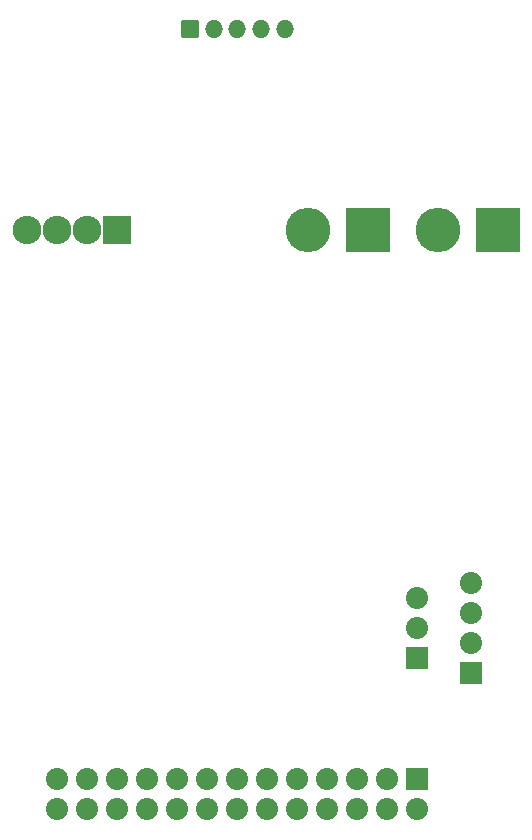
<source format=gbs>
%TF.GenerationSoftware,KiCad,Pcbnew,6.0.11-3.fc37*%
%TF.CreationDate,2023-08-14T12:31:01+01:00*%
%TF.ProjectId,kitchen-led-strips,6b697463-6865-46e2-9d6c-65642d737472,1.0*%
%TF.SameCoordinates,Original*%
%TF.FileFunction,Soldermask,Bot*%
%TF.FilePolarity,Negative*%
%FSLAX46Y46*%
G04 Gerber Fmt 4.6, Leading zero omitted, Abs format (unit mm)*
G04 Created by KiCad (PCBNEW 6.0.11-3.fc37) date 2023-08-14 12:31:01*
%MOMM*%
%LPD*%
G01*
G04 APERTURE LIST*
G04 Aperture macros list*
%AMRoundRect*
0 Rectangle with rounded corners*
0 $1 Rounding radius*
0 $2 $3 $4 $5 $6 $7 $8 $9 X,Y pos of 4 corners*
0 Add a 4 corners polygon primitive as box body*
4,1,4,$2,$3,$4,$5,$6,$7,$8,$9,$2,$3,0*
0 Add four circle primitives for the rounded corners*
1,1,$1+$1,$2,$3*
1,1,$1+$1,$4,$5*
1,1,$1+$1,$6,$7*
1,1,$1+$1,$8,$9*
0 Add four rect primitives between the rounded corners*
20,1,$1+$1,$2,$3,$4,$5,0*
20,1,$1+$1,$4,$5,$6,$7,0*
20,1,$1+$1,$6,$7,$8,$9,0*
20,1,$1+$1,$8,$9,$2,$3,0*%
G04 Aperture macros list end*
%ADD10RoundRect,0.088000X-1.800000X1.800000X-1.800000X-1.800000X1.800000X-1.800000X1.800000X1.800000X0*%
%ADD11O,3.776000X3.776000*%
%ADD12RoundRect,0.088000X-0.850000X0.850000X-0.850000X-0.850000X0.850000X-0.850000X0.850000X0.850000X0*%
%ADD13O,1.876000X1.876000*%
%ADD14RoundRect,0.088000X0.850000X0.850000X-0.850000X0.850000X-0.850000X-0.850000X0.850000X-0.850000X0*%
%ADD15RoundRect,0.088000X0.675000X-0.675000X0.675000X0.675000X-0.675000X0.675000X-0.675000X-0.675000X0*%
%ADD16O,1.526000X1.526000*%
%ADD17RoundRect,0.088000X-1.125000X1.125000X-1.125000X-1.125000X1.125000X-1.125000X1.125000X1.125000X0*%
%ADD18O,2.426000X2.426000*%
G04 APERTURE END LIST*
D10*
%TO.C,CONN1*%
X211040000Y-121750000D03*
D11*
X205960000Y-121750000D03*
%TD*%
D12*
%TO.C,CONN5*%
X215240000Y-168250000D03*
D13*
X215240000Y-170790000D03*
X212700000Y-168250000D03*
X212700000Y-170790000D03*
X210160000Y-168250000D03*
X210160000Y-170790000D03*
X207620000Y-168250000D03*
X207620000Y-170790000D03*
X205080000Y-168250000D03*
X205080000Y-170790000D03*
X202540000Y-168250000D03*
X202540000Y-170790000D03*
X200000000Y-168250000D03*
X200000000Y-170790000D03*
X197460000Y-168250000D03*
X197460000Y-170790000D03*
X194920000Y-168250000D03*
X194920000Y-170790000D03*
X192380000Y-168250000D03*
X192380000Y-170790000D03*
X189840000Y-168250000D03*
X189840000Y-170790000D03*
X187300000Y-168250000D03*
X187300000Y-170790000D03*
X184760000Y-168250000D03*
X184760000Y-170790000D03*
%TD*%
D14*
%TO.C,CONN7*%
X219750000Y-159310000D03*
D13*
X219750000Y-156770000D03*
X219750000Y-154230000D03*
X219750000Y-151690000D03*
%TD*%
D10*
%TO.C,CONN2*%
X222040000Y-121750000D03*
D11*
X216960000Y-121750000D03*
%TD*%
D15*
%TO.C,CONN4*%
X196000000Y-104750000D03*
D16*
X198000000Y-104750000D03*
X200000000Y-104750000D03*
X202000000Y-104750000D03*
X204000000Y-104750000D03*
%TD*%
D17*
%TO.C,CONN3*%
X189810000Y-121750000D03*
D18*
X187270000Y-121750000D03*
X184730000Y-121750000D03*
X182190000Y-121750000D03*
%TD*%
D14*
%TO.C,CONN6*%
X215250000Y-158040000D03*
D13*
X215250000Y-155500000D03*
X215250000Y-152960000D03*
%TD*%
M02*

</source>
